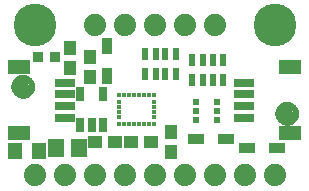
<source format=gbr>
G04 EAGLE Gerber RS-274X export*
G75*
%MOMM*%
%FSLAX34Y34*%
%LPD*%
%INSoldermask Top*%
%IPPOS*%
%AMOC8*
5,1,8,0,0,1.08239X$1,22.5*%
G01*
%ADD10R,1.301600X1.401600*%
%ADD11R,0.651600X1.301600*%
%ADD12R,1.341600X1.601600*%
%ADD13R,1.176600X1.101600*%
%ADD14R,0.551600X1.001600*%
%ADD15R,0.601600X0.601600*%
%ADD16R,0.601600X0.501600*%
%ADD17C,3.617600*%
%ADD18R,1.651600X0.701600*%
%ADD19R,1.901600X1.301600*%
%ADD20C,1.101600*%
%ADD21C,0.500000*%
%ADD22R,0.901600X0.901600*%
%ADD23R,1.101600X1.176600*%
%ADD24R,1.451600X0.901600*%
%ADD25R,0.901600X1.451600*%
%ADD26C,1.879600*%
%ADD27R,0.331600X0.451600*%
%ADD28R,0.451600X0.331600*%


D10*
X29210Y46355D03*
X8890Y46355D03*
D11*
X64160Y68279D03*
X73660Y68279D03*
X83160Y68279D03*
X83160Y94281D03*
X64160Y94281D03*
D12*
X43840Y48260D03*
X62840Y48260D03*
D13*
X107070Y53975D03*
X124070Y53975D03*
D14*
X185085Y105800D03*
X185085Y122800D03*
X176085Y105800D03*
X168085Y105800D03*
X159085Y105800D03*
X159085Y122800D03*
X176085Y122800D03*
X168085Y122800D03*
D15*
X179815Y72510D03*
D16*
X179815Y80010D03*
D15*
X179815Y87510D03*
X161815Y87510D03*
D16*
X161815Y80010D03*
D15*
X161815Y72510D03*
D17*
X25400Y152400D03*
X228600Y152400D03*
D18*
X202825Y83900D03*
X202825Y93900D03*
X202825Y73900D03*
X202825Y103900D03*
D19*
X241825Y60900D03*
X241825Y116900D03*
D18*
X51175Y93900D03*
X51175Y83900D03*
X51175Y103900D03*
X51175Y73900D03*
D19*
X12175Y116900D03*
X12175Y60900D03*
D20*
X15875Y100330D03*
D21*
X15875Y107830D02*
X15694Y107828D01*
X15513Y107821D01*
X15332Y107810D01*
X15151Y107795D01*
X14971Y107775D01*
X14791Y107751D01*
X14612Y107723D01*
X14434Y107690D01*
X14257Y107653D01*
X14080Y107612D01*
X13905Y107567D01*
X13730Y107517D01*
X13557Y107463D01*
X13386Y107405D01*
X13215Y107343D01*
X13047Y107276D01*
X12880Y107206D01*
X12714Y107132D01*
X12551Y107053D01*
X12390Y106971D01*
X12230Y106885D01*
X12073Y106795D01*
X11918Y106701D01*
X11765Y106604D01*
X11615Y106502D01*
X11467Y106398D01*
X11321Y106289D01*
X11179Y106178D01*
X11039Y106062D01*
X10902Y105944D01*
X10767Y105822D01*
X10636Y105697D01*
X10508Y105569D01*
X10383Y105438D01*
X10261Y105303D01*
X10143Y105166D01*
X10027Y105026D01*
X9916Y104884D01*
X9807Y104738D01*
X9703Y104590D01*
X9601Y104440D01*
X9504Y104287D01*
X9410Y104132D01*
X9320Y103975D01*
X9234Y103815D01*
X9152Y103654D01*
X9073Y103491D01*
X8999Y103325D01*
X8929Y103158D01*
X8862Y102990D01*
X8800Y102819D01*
X8742Y102648D01*
X8688Y102475D01*
X8638Y102300D01*
X8593Y102125D01*
X8552Y101948D01*
X8515Y101771D01*
X8482Y101593D01*
X8454Y101414D01*
X8430Y101234D01*
X8410Y101054D01*
X8395Y100873D01*
X8384Y100692D01*
X8377Y100511D01*
X8375Y100330D01*
X15875Y107830D02*
X16056Y107828D01*
X16237Y107821D01*
X16418Y107810D01*
X16599Y107795D01*
X16779Y107775D01*
X16959Y107751D01*
X17138Y107723D01*
X17316Y107690D01*
X17493Y107653D01*
X17670Y107612D01*
X17845Y107567D01*
X18020Y107517D01*
X18193Y107463D01*
X18364Y107405D01*
X18535Y107343D01*
X18703Y107276D01*
X18870Y107206D01*
X19036Y107132D01*
X19199Y107053D01*
X19360Y106971D01*
X19520Y106885D01*
X19677Y106795D01*
X19832Y106701D01*
X19985Y106604D01*
X20135Y106502D01*
X20283Y106398D01*
X20429Y106289D01*
X20571Y106178D01*
X20711Y106062D01*
X20848Y105944D01*
X20983Y105822D01*
X21114Y105697D01*
X21242Y105569D01*
X21367Y105438D01*
X21489Y105303D01*
X21607Y105166D01*
X21723Y105026D01*
X21834Y104884D01*
X21943Y104738D01*
X22047Y104590D01*
X22149Y104440D01*
X22246Y104287D01*
X22340Y104132D01*
X22430Y103975D01*
X22516Y103815D01*
X22598Y103654D01*
X22677Y103491D01*
X22751Y103325D01*
X22821Y103158D01*
X22888Y102990D01*
X22950Y102819D01*
X23008Y102648D01*
X23062Y102475D01*
X23112Y102300D01*
X23157Y102125D01*
X23198Y101948D01*
X23235Y101771D01*
X23268Y101593D01*
X23296Y101414D01*
X23320Y101234D01*
X23340Y101054D01*
X23355Y100873D01*
X23366Y100692D01*
X23373Y100511D01*
X23375Y100330D01*
X23373Y100149D01*
X23366Y99968D01*
X23355Y99787D01*
X23340Y99606D01*
X23320Y99426D01*
X23296Y99246D01*
X23268Y99067D01*
X23235Y98889D01*
X23198Y98712D01*
X23157Y98535D01*
X23112Y98360D01*
X23062Y98185D01*
X23008Y98012D01*
X22950Y97841D01*
X22888Y97670D01*
X22821Y97502D01*
X22751Y97335D01*
X22677Y97169D01*
X22598Y97006D01*
X22516Y96845D01*
X22430Y96685D01*
X22340Y96528D01*
X22246Y96373D01*
X22149Y96220D01*
X22047Y96070D01*
X21943Y95922D01*
X21834Y95776D01*
X21723Y95634D01*
X21607Y95494D01*
X21489Y95357D01*
X21367Y95222D01*
X21242Y95091D01*
X21114Y94963D01*
X20983Y94838D01*
X20848Y94716D01*
X20711Y94598D01*
X20571Y94482D01*
X20429Y94371D01*
X20283Y94262D01*
X20135Y94158D01*
X19985Y94056D01*
X19832Y93959D01*
X19677Y93865D01*
X19520Y93775D01*
X19360Y93689D01*
X19199Y93607D01*
X19036Y93528D01*
X18870Y93454D01*
X18703Y93384D01*
X18535Y93317D01*
X18364Y93255D01*
X18193Y93197D01*
X18020Y93143D01*
X17845Y93093D01*
X17670Y93048D01*
X17493Y93007D01*
X17316Y92970D01*
X17138Y92937D01*
X16959Y92909D01*
X16779Y92885D01*
X16599Y92865D01*
X16418Y92850D01*
X16237Y92839D01*
X16056Y92832D01*
X15875Y92830D01*
X15694Y92832D01*
X15513Y92839D01*
X15332Y92850D01*
X15151Y92865D01*
X14971Y92885D01*
X14791Y92909D01*
X14612Y92937D01*
X14434Y92970D01*
X14257Y93007D01*
X14080Y93048D01*
X13905Y93093D01*
X13730Y93143D01*
X13557Y93197D01*
X13386Y93255D01*
X13215Y93317D01*
X13047Y93384D01*
X12880Y93454D01*
X12714Y93528D01*
X12551Y93607D01*
X12390Y93689D01*
X12230Y93775D01*
X12073Y93865D01*
X11918Y93959D01*
X11765Y94056D01*
X11615Y94158D01*
X11467Y94262D01*
X11321Y94371D01*
X11179Y94482D01*
X11039Y94598D01*
X10902Y94716D01*
X10767Y94838D01*
X10636Y94963D01*
X10508Y95091D01*
X10383Y95222D01*
X10261Y95357D01*
X10143Y95494D01*
X10027Y95634D01*
X9916Y95776D01*
X9807Y95922D01*
X9703Y96070D01*
X9601Y96220D01*
X9504Y96373D01*
X9410Y96528D01*
X9320Y96685D01*
X9234Y96845D01*
X9152Y97006D01*
X9073Y97169D01*
X8999Y97335D01*
X8929Y97502D01*
X8862Y97670D01*
X8800Y97841D01*
X8742Y98012D01*
X8688Y98185D01*
X8638Y98360D01*
X8593Y98535D01*
X8552Y98712D01*
X8515Y98889D01*
X8482Y99067D01*
X8454Y99246D01*
X8430Y99426D01*
X8410Y99606D01*
X8395Y99787D01*
X8384Y99968D01*
X8377Y100149D01*
X8375Y100330D01*
D20*
X239395Y77470D03*
D21*
X239395Y84970D02*
X239214Y84968D01*
X239033Y84961D01*
X238852Y84950D01*
X238671Y84935D01*
X238491Y84915D01*
X238311Y84891D01*
X238132Y84863D01*
X237954Y84830D01*
X237777Y84793D01*
X237600Y84752D01*
X237425Y84707D01*
X237250Y84657D01*
X237077Y84603D01*
X236906Y84545D01*
X236735Y84483D01*
X236567Y84416D01*
X236400Y84346D01*
X236234Y84272D01*
X236071Y84193D01*
X235910Y84111D01*
X235750Y84025D01*
X235593Y83935D01*
X235438Y83841D01*
X235285Y83744D01*
X235135Y83642D01*
X234987Y83538D01*
X234841Y83429D01*
X234699Y83318D01*
X234559Y83202D01*
X234422Y83084D01*
X234287Y82962D01*
X234156Y82837D01*
X234028Y82709D01*
X233903Y82578D01*
X233781Y82443D01*
X233663Y82306D01*
X233547Y82166D01*
X233436Y82024D01*
X233327Y81878D01*
X233223Y81730D01*
X233121Y81580D01*
X233024Y81427D01*
X232930Y81272D01*
X232840Y81115D01*
X232754Y80955D01*
X232672Y80794D01*
X232593Y80631D01*
X232519Y80465D01*
X232449Y80298D01*
X232382Y80130D01*
X232320Y79959D01*
X232262Y79788D01*
X232208Y79615D01*
X232158Y79440D01*
X232113Y79265D01*
X232072Y79088D01*
X232035Y78911D01*
X232002Y78733D01*
X231974Y78554D01*
X231950Y78374D01*
X231930Y78194D01*
X231915Y78013D01*
X231904Y77832D01*
X231897Y77651D01*
X231895Y77470D01*
X239395Y84970D02*
X239576Y84968D01*
X239757Y84961D01*
X239938Y84950D01*
X240119Y84935D01*
X240299Y84915D01*
X240479Y84891D01*
X240658Y84863D01*
X240836Y84830D01*
X241013Y84793D01*
X241190Y84752D01*
X241365Y84707D01*
X241540Y84657D01*
X241713Y84603D01*
X241884Y84545D01*
X242055Y84483D01*
X242223Y84416D01*
X242390Y84346D01*
X242556Y84272D01*
X242719Y84193D01*
X242880Y84111D01*
X243040Y84025D01*
X243197Y83935D01*
X243352Y83841D01*
X243505Y83744D01*
X243655Y83642D01*
X243803Y83538D01*
X243949Y83429D01*
X244091Y83318D01*
X244231Y83202D01*
X244368Y83084D01*
X244503Y82962D01*
X244634Y82837D01*
X244762Y82709D01*
X244887Y82578D01*
X245009Y82443D01*
X245127Y82306D01*
X245243Y82166D01*
X245354Y82024D01*
X245463Y81878D01*
X245567Y81730D01*
X245669Y81580D01*
X245766Y81427D01*
X245860Y81272D01*
X245950Y81115D01*
X246036Y80955D01*
X246118Y80794D01*
X246197Y80631D01*
X246271Y80465D01*
X246341Y80298D01*
X246408Y80130D01*
X246470Y79959D01*
X246528Y79788D01*
X246582Y79615D01*
X246632Y79440D01*
X246677Y79265D01*
X246718Y79088D01*
X246755Y78911D01*
X246788Y78733D01*
X246816Y78554D01*
X246840Y78374D01*
X246860Y78194D01*
X246875Y78013D01*
X246886Y77832D01*
X246893Y77651D01*
X246895Y77470D01*
X246893Y77289D01*
X246886Y77108D01*
X246875Y76927D01*
X246860Y76746D01*
X246840Y76566D01*
X246816Y76386D01*
X246788Y76207D01*
X246755Y76029D01*
X246718Y75852D01*
X246677Y75675D01*
X246632Y75500D01*
X246582Y75325D01*
X246528Y75152D01*
X246470Y74981D01*
X246408Y74810D01*
X246341Y74642D01*
X246271Y74475D01*
X246197Y74309D01*
X246118Y74146D01*
X246036Y73985D01*
X245950Y73825D01*
X245860Y73668D01*
X245766Y73513D01*
X245669Y73360D01*
X245567Y73210D01*
X245463Y73062D01*
X245354Y72916D01*
X245243Y72774D01*
X245127Y72634D01*
X245009Y72497D01*
X244887Y72362D01*
X244762Y72231D01*
X244634Y72103D01*
X244503Y71978D01*
X244368Y71856D01*
X244231Y71738D01*
X244091Y71622D01*
X243949Y71511D01*
X243803Y71402D01*
X243655Y71298D01*
X243505Y71196D01*
X243352Y71099D01*
X243197Y71005D01*
X243040Y70915D01*
X242880Y70829D01*
X242719Y70747D01*
X242556Y70668D01*
X242390Y70594D01*
X242223Y70524D01*
X242055Y70457D01*
X241884Y70395D01*
X241713Y70337D01*
X241540Y70283D01*
X241365Y70233D01*
X241190Y70188D01*
X241013Y70147D01*
X240836Y70110D01*
X240658Y70077D01*
X240479Y70049D01*
X240299Y70025D01*
X240119Y70005D01*
X239938Y69990D01*
X239757Y69979D01*
X239576Y69972D01*
X239395Y69970D01*
X239214Y69972D01*
X239033Y69979D01*
X238852Y69990D01*
X238671Y70005D01*
X238491Y70025D01*
X238311Y70049D01*
X238132Y70077D01*
X237954Y70110D01*
X237777Y70147D01*
X237600Y70188D01*
X237425Y70233D01*
X237250Y70283D01*
X237077Y70337D01*
X236906Y70395D01*
X236735Y70457D01*
X236567Y70524D01*
X236400Y70594D01*
X236234Y70668D01*
X236071Y70747D01*
X235910Y70829D01*
X235750Y70915D01*
X235593Y71005D01*
X235438Y71099D01*
X235285Y71196D01*
X235135Y71298D01*
X234987Y71402D01*
X234841Y71511D01*
X234699Y71622D01*
X234559Y71738D01*
X234422Y71856D01*
X234287Y71978D01*
X234156Y72103D01*
X234028Y72231D01*
X233903Y72362D01*
X233781Y72497D01*
X233663Y72634D01*
X233547Y72774D01*
X233436Y72916D01*
X233327Y73062D01*
X233223Y73210D01*
X233121Y73360D01*
X233024Y73513D01*
X232930Y73668D01*
X232840Y73825D01*
X232754Y73985D01*
X232672Y74146D01*
X232593Y74309D01*
X232519Y74475D01*
X232449Y74642D01*
X232382Y74810D01*
X232320Y74981D01*
X232262Y75152D01*
X232208Y75325D01*
X232158Y75500D01*
X232113Y75675D01*
X232072Y75852D01*
X232035Y76029D01*
X232002Y76207D01*
X231974Y76386D01*
X231950Y76566D01*
X231930Y76746D01*
X231915Y76927D01*
X231904Y77108D01*
X231897Y77289D01*
X231895Y77470D01*
D22*
X28060Y125730D03*
X43060Y125730D03*
D23*
X55245Y132960D03*
X55245Y115960D03*
X72390Y108340D03*
X72390Y125340D03*
X140970Y61840D03*
X140970Y44840D03*
D13*
X93590Y53975D03*
X76590Y53975D03*
D24*
X205105Y48260D03*
X230505Y48260D03*
X187325Y56515D03*
X161925Y56515D03*
D25*
X86360Y134620D03*
X86360Y109220D03*
D26*
X228600Y25400D03*
X203200Y25400D03*
X177800Y25400D03*
X152400Y25400D03*
X127000Y25400D03*
X101600Y25400D03*
X76200Y25400D03*
X50800Y25400D03*
X25400Y25400D03*
X76200Y152400D03*
X101600Y152400D03*
X127000Y152400D03*
X152400Y152400D03*
X177800Y152400D03*
D27*
X113910Y93480D03*
X109610Y93480D03*
X118210Y93480D03*
X122510Y93480D03*
X126810Y93480D03*
X105310Y93480D03*
X101010Y93480D03*
X96710Y93480D03*
D28*
X97010Y83430D03*
X97010Y79130D03*
X97010Y74830D03*
X97010Y87730D03*
X126510Y87730D03*
X126510Y83430D03*
X126510Y79130D03*
X126510Y74830D03*
D27*
X113910Y69080D03*
X109610Y69080D03*
X105310Y69080D03*
X101010Y69080D03*
X96710Y69080D03*
X118210Y69080D03*
X122510Y69080D03*
X126810Y69080D03*
D14*
X119080Y128515D03*
X119080Y111515D03*
X128080Y128515D03*
X136080Y128515D03*
X145080Y128515D03*
X145080Y111515D03*
X128080Y111515D03*
X136080Y111515D03*
M02*

</source>
